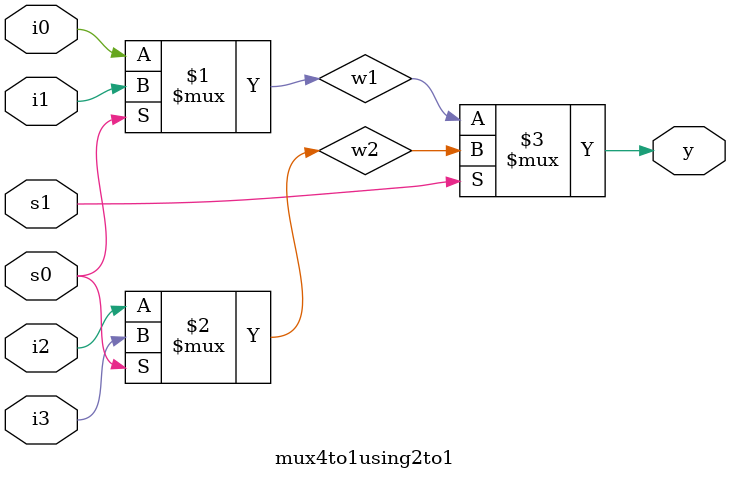
<source format=v>
module mux4to1using2to1 (
    input  i0, i1, i2, i3,
    input  s0, s1,
    output y
);

    wire w1, w2;
    assign w1 = s0 ? i1 : i0;
    assign w2 = s0 ? i3 : i2;

    assign y  = s1 ? w2 : w1;

endmodule

/*output
meenakshi@meenakshi-Inspiron-3501:~/verilog/mux4to1using2to1$ vvp mux4to1using2to1.out
VCD info: dumpfile mux4to1using2to1.vcd opened for output.
$time=0|i0=0|i1=1|i2=0|i3=1|s0=0|s1=0|y=0
s1=0 s0=0 y=0 (expected i0=0)
$time=10|i0=0|i1=1|i2=0|i3=1|s0=1|s1=0|y=1
s1=0 s0=1 y=1 (expected i1=1)
$time=20|i0=0|i1=1|i2=0|i3=1|s0=0|s1=1|y=0
s1=1 s0=0 y=0 (expected i2=0)
$time=30|i0=0|i1=1|i2=0|i3=1|s0=1|s1=1|y=1
s1=1 s0=1 y=1 (expected i3=1)
mux4to1using2to1_tb.v:28: $finish called at 40 (1s)
*/

</source>
